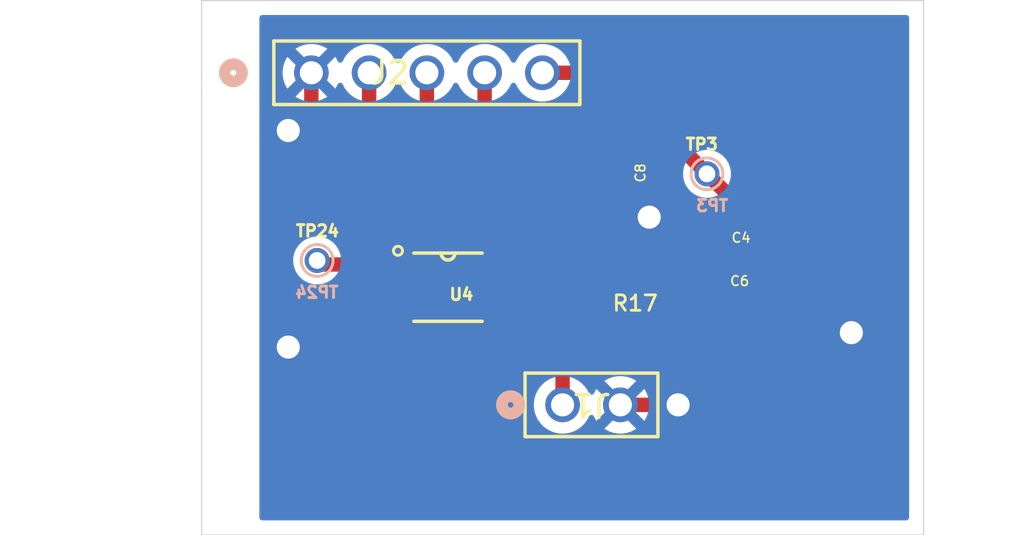
<source format=kicad_pcb>
(kicad_pcb (version 20241229) (generator "pcbnew") (generator_version "9.0")
  (layers (0 "F.Cu" signal) (2 "B.Cu" signal) (13 "F.Paste" user) (15 "B.Paste" user) (5 "F.SilkS" user "F.Silkscreen") (7 "B.SilkS" user "B.Silkscreen") (1 "F.Mask" user) (3 "B.Mask" user) (25 "Edge.Cuts" user))
  (net 0 "")
  (net 1 "VSOLAR")
  (net 2 "GND")
  (net 3 "3.3V")
  (net 4 "Net-(U4-VBUS)")
  (net 5 "SCL")
  (net 6 "SDA")
  (net 7 "Net-(U4-ALERT)")
  (footprint "conn-5pin:CONN5_1LFBN-RC_SUL" (layer "F.Cu") (at 40.386 43.18)
    (property "Reference" "J2" (at 3.429 0 0) (layer "F.SilkS"))
    (property "Value" "PPTC051LFBN-RC")
    (fp_line (start -1.651 -1.397) (end -1.651 1.397) (stroke (width 0.1524)) (layer "F.SilkS"))
    (fp_line (start -1.651 1.397) (end 11.811 1.397) (stroke (width 0.1524)) (layer "F.SilkS"))
    (fp_line (start 11.811 -1.397) (end -1.651 -1.397) (stroke (width 0.1524)) (layer "F.SilkS"))
    (fp_line (start 11.811 1.397) (end 11.811 -1.397) (stroke (width 0.1524)) (layer "F.SilkS"))
    (fp_circle (center -3.429 0) (end -3.048 0) (stroke (width 0.508)) (fill no) (layer "F.SilkS"))
    (fp_circle (center -3.429 0) (end -3.048 0) (stroke (width 0.508)) (fill no) (layer "B.SilkS"))
    (pad "1" thru_hole circle (at 0 0) (size 1.524 1.524) (drill 1.016) (layers "*.Cu" "*.Mask") (net 2 "GND"))
    (pad "2" thru_hole circle (at 2.54 0) (size 1.524 1.524) (drill 1.016) (layers "*.Cu" "*.Mask") (net 6 "SDA"))
    (pad "3" thru_hole circle (at 5.08 0) (size 1.524 1.524) (drill 1.016) (layers "*.Cu" "*.Mask") (net 5 "SCL"))
    (pad "4" thru_hole circle (at 7.62 0) (size 1.524 1.524) (drill 1.016) (layers "*.Cu" "*.Mask") (net 3 "3.3V"))
    (pad "5" thru_hole circle (at 10.16 0) (size 1.524 1.524) (drill 1.016) (layers "*.Cu" "*.Mask") (net 1 "VSOLAR"))
  )
  (footprint "1u_panel:.0805-C-NOSILK" (layer "F.Cu") (at 54.445 52.07 180)
    (property "Reference" "R17" (at -1.25 -0.85 0) (layer "F.SilkS") (effects (font (size 0.68 0.68) (thickness 0.12)) (justify right top)))
    (property "Value" "0.1 0805")
    (pad "1" smd roundrect (at -0.8 0 180) (size 0.95 1.35) (layers "F.Cu" "F.Paste") (roundrect_rratio 0.21) (net 1 "VSOLAR"))
    (pad "2" smd roundrect (at 0.8 0 180) (size 0.95 1.35) (layers "F.Cu" "F.Paste") (roundrect_rratio 0.21) (net 4 "Net-(U4-VBUS)"))
  )
  (footprint "1u_panel:1X01" (layer "F.Cu") (at 40.64 51.435)
    (property "Reference" "TP24" (at -1 -1 0) (layer "F.SilkS") (effects (font (size 0.508 0.508) (thickness 0.127)) (justify left bottom)))
    (property "Value" "TEST-POINT-LARGE-SQUARE")
    (fp_circle (center 0 0) (end 0.7 0) (stroke (width 0.127)) (fill no) (layer "F.SilkS"))
    (fp_circle (center 0 0) (end 0.7 0) (stroke (width 0.127)) (fill no) (layer "B.SilkS"))
    (fp_text user "${REFERENCE}" (at 1 1.7 0) (layer "B.SilkS") (effects (font (size 0.508 0.508) (thickness 0.127)) (justify left bottom mirror)))
    (pad "1" thru_hole circle (at 0 0) (size 1.1 1.1) (drill 0.7366) (layers "*.Cu" "*.Mask") (net 7 "Net-(U4-ALERT)"))
  )
  (footprint "1u_panel:1X01" (layer "F.Cu") (at 57.785 47.625)
    (property "Reference" "TP3" (at -1 -1 0) (layer "F.SilkS") (effects (font (size 0.508 0.508) (thickness 0.127)) (justify left bottom)))
    (property "Value" "TEST-POINT-LARGE-SQUARE")
    (fp_circle (center 0 0) (end 0.7 0) (stroke (width 0.127)) (fill no) (layer "F.SilkS"))
    (fp_circle (center 0 0) (end 0.7 0) (stroke (width 0.127)) (fill no) (layer "B.SilkS"))
    (fp_text user "${REFERENCE}" (at 1 1.7 0) (layer "B.SilkS") (effects (font (size 0.508 0.508) (thickness 0.127)) (justify left bottom mirror)))
    (pad "1" thru_hole circle (at 0 0) (size 1.1 1.1) (drill 0.7366) (layers "*.Cu" "*.Mask") (net 1 "VSOLAR"))
  )
  (footprint "1u_panel:.0603-C-NOSILK" (layer "F.Cu") (at 59.755 53.34)
    (property "Reference" "C6" (at -1 -0.75 0) (layer "F.SilkS") (effects (font (size 0.425 0.425) (thickness 0.075)) (justify left bottom)))
    (property "Value" "100n")
    (pad "1" smd roundrect (at -0.7 0) (size 0.6 0.9) (layers "F.Cu" "F.Paste") (net 1 "VSOLAR"))
    (pad "2" smd roundrect (at 0.7 0) (size 0.6 0.9) (layers "F.Cu" "F.Paste") (net 2 "GND"))
  )
  (footprint "1u_panel:DGS10" (layer "F.Cu") (at 46.395 52.61)
    (property "Reference" "U4" (at 0 0.6176 0) (layer "F.SilkS") (effects (font (size 0.508 0.508) (thickness 0.127)) (justify left bottom)))
    (property "Value" "INA226AIDGSR")
    (fp_line (start -1.5 1.5) (end 1.5 1.5) (stroke (width 0.1524)) (layer "F.SilkS"))
    (fp_line (start -0.3048 -1.5) (end -1.5 -1.5) (stroke (width 0.1524)) (layer "F.SilkS"))
    (fp_line (start 0.3048 -1.5) (end -0.3048 -1.5) (stroke (width 0.1524)) (layer "F.SilkS"))
    (fp_line (start 1.5 -1.5) (end 0.3048 -1.5) (stroke (width 0.1524)) (layer "F.SilkS"))
    (fp_arc (start 0.3048 -1.5) (mid 0 -1.1952) (end -0.3048 -1.5) (stroke (width 0.1524)) (layer "F.SilkS"))
    (fp_circle (center -2.2 -1.6) (end -2 -1.6) (stroke (width 0.127)) (fill no) (layer "F.SilkS"))
    (pad "1" smd rect (at -2.5 2) (size 1.45 0.65) (layers "F.Cu" "F.Mask" "F.Paste") (net 2 "GND"))
    (pad "2" smd rect (at -2.5 0.5) (size 1.45 0.75) (layers "F.Cu" "F.Mask" "F.Paste") (net 2 "GND"))
    (pad "3" smd rect (at -2.5 -1) (size 1.525 0.65) (layers "F.Cu" "F.Mask" "F.Paste") (net 7 "Net-(U4-ALERT)"))
    (pad "4" smd rect (at -2.5 -2.5) (size 1.45 0.65) (layers "F.Cu" "F.Mask" "F.Paste") (net 6 "SDA"))
    (pad "5" smd rect (at -2.5 -4) (size 1.45 0.65) (layers "F.Cu" "F.Mask" "F.Paste") (net 5 "SCL"))
    (pad "6" smd rect (at 2.5 -4) (size 1.45 0.65) (layers "F.Cu" "F.Mask" "F.Paste") (net 3 "3.3V"))
    (pad "7" smd rect (at 2.5 -2.5) (size 1.45 0.65) (layers "F.Cu" "F.Mask" "F.Paste") (net 2 "GND"))
    (pad "8" smd rect (at 2.5 -1) (size 1.45 0.65) (layers "F.Cu" "F.Mask" "F.Paste") (net 4 "Net-(U4-VBUS)"))
    (pad "9" smd rect (at 2.5 0.5) (size 1.45 0.65) (layers "F.Cu" "F.Mask" "F.Paste") (net 4 "Net-(U4-VBUS)"))
    (pad "10" smd rect (at 2.5 2) (size 1.45 0.65) (layers "F.Cu" "F.Mask" "F.Paste") (net 1 "VSOLAR"))
  )
  (footprint "conn-2pin:CONN_PPPC021_SUL" (layer "F.Cu") (at 51.435 57.785 180)
    (property "Reference" "J1" (at -1.27 0 180) (layer "F.SilkS"))
    (property "Value" "PPPC021LFBN-RC")
    (fp_line (start 1.651 1.397) (end 1.651 -1.397) (stroke (width 0.1524)) (layer "F.SilkS"))
    (fp_line (start 1.651 -1.397) (end -4.191 -1.397) (stroke (width 0.1524)) (layer "F.SilkS"))
    (fp_line (start -4.191 1.397) (end 1.651 1.397) (stroke (width 0.1524)) (layer "F.SilkS"))
    (fp_line (start -4.191 -1.397) (end -4.191 1.397) (stroke (width 0.1524)) (layer "F.SilkS"))
    (fp_circle (center 2.286 0) (end 2.667 0) (stroke (width 0.508)) (fill no) (layer "F.SilkS"))
    (fp_circle (center 2.286 0) (end 2.667 0) (stroke (width 0.508)) (fill no) (layer "B.SilkS"))
    (pad "1" thru_hole circle (at 0 0 180) (size 1.524 1.524) (drill 1.016) (layers "*.Cu" "*.Mask") (net 4 "Net-(U4-VBUS)"))
    (pad "2" thru_hole circle (at -2.54 0 180) (size 1.524 1.524) (drill 1.016) (layers "*.Cu" "*.Mask") (net 2 "GND"))
  )
  (footprint "1u_panel:.0603-C-NOSILK" (layer "F.Cu") (at 53.34 47.69 -90)
    (property "Reference" "C8" (at -0.57 -1.27 90) (layer "F.SilkS") (effects (font (size 0.425 0.425) (thickness 0.075)) (justify right top)))
    (property "Value" "100n")
    (pad "1" smd roundrect (at -0.7 0 270) (size 0.6 0.9) (layers "F.Cu" "F.Paste") (net 3 "3.3V"))
    (pad "2" smd roundrect (at 0.7 0 270) (size 0.6 0.9) (layers "F.Cu" "F.Paste") (net 2 "GND"))
  )
  (footprint "1u_panel:.0603-C-NOSILK" (layer "F.Cu") (at 59.82 51.435)
    (property "Reference" "C4" (at -1 -0.75 0) (layer "F.SilkS") (effects (font (size 0.425 0.425) (thickness 0.075)) (justify left bottom)))
    (property "Value" "10u")
    (pad "1" smd roundrect (at -0.7 0) (size 0.6 0.9) (layers "F.Cu" "F.Paste") (net 1 "VSOLAR"))
    (pad "2" smd roundrect (at 0.7 0) (size 0.6 0.9) (layers "F.Cu" "F.Paste") (net 2 "GND"))
  )
  (gr_line (start 67.31 40.005) (end 67.31 63.5) (stroke (width 0.05)) (layer "Edge.Cuts"))
  (gr_line (start 67.31 63.5) (end 35.56 63.5) (stroke (width 0.05)) (layer "Edge.Cuts"))
  (gr_line (start 35.56 40.005) (end 67.31 40.005) (stroke (width 0.05)) (layer "Edge.Cuts"))
  (gr_line (start 35.56 63.5) (end 35.56 40.005) (stroke (width 0.05)) (layer "Edge.Cuts"))
  (segment (start 59.055 51.5) (end 59.12 51.435) (width 0.635) (layer "F.Cu") (net 1))
  (segment (start 58.42 59.69) (end 58.42 56.515) (width 0.635) (layer "F.Cu") (net 1))
  (segment (start 55.245 52.07) (end 55.245 53.34) (width 0.635) (layer "F.Cu") (net 1))
  (segment (start 48.895 60.96) (end 57.15 60.96) (width 0.635) (layer "F.Cu") (net 1))
  (segment (start 58.42 56.515) (end 59.055 55.88) (width 0.635) (layer "F.Cu") (net 1))
  (segment (start 53.34 43.18) (end 50.546 43.18) (width 0.635) (layer "F.Cu") (net 1))
  (segment (start 46.99 56.515) (end 46.99 59.055) (width 0.635) (layer "F.Cu") (net 1))
  (segment (start 48.895 54.61) (end 46.99 56.515) (width 0.635) (layer "F.Cu") (net 1))
  (segment (start 57.15 60.96) (end 58.42 59.69) (width 0.635) (layer "F.Cu") (net 1))
  (segment (start 59.055 53.34) (end 59.055 51.5) (width 0.635) (layer "F.Cu") (net 1))
  (segment (start 59.12 51.435) (end 59.12 48.96) (width 0.635) (layer "F.Cu") (net 1))
  (segment (start 57.785 47.625) (end 53.34 43.18) (width 0.635) (layer "F.Cu") (net 1))
  (segment (start 59.055 55.88) (end 59.055 53.34) (width 0.635) (layer "F.Cu") (net 1))
  (segment (start 55.245 53.34) (end 58.42 56.515) (width 0.635) (layer "F.Cu") (net 1))
  (segment (start 59.12 48.96) (end 57.785 47.625) (width 0.635) (layer "F.Cu") (net 1))
  (segment (start 46.99 59.055) (end 48.895 60.96) (width 0.635) (layer "F.Cu") (net 1))
  (segment (start 43.895 54.61) (end 40.005 54.61) (width 0.635) (layer "F.Cu") (net 2))
  (segment (start 53.34 48.39) (end 54.105 48.39) (width 0.635) (layer "F.Cu") (net 2))
  (segment (start 48.895 50.11) (end 54.665 50.11) (width 0.635) (layer "F.Cu") (net 2))
  (segment (start 62.01 52.925) (end 63.695 54.61) (width 0.635) (layer "F.Cu") (net 2))
  (segment (start 54.105 48.39) (end 55.245 49.53) (width 0.635) (layer "F.Cu") (net 2))
  (segment (start 60.455 53.34) (end 60.87 52.925) (width 0.635) (layer "F.Cu") (net 2))
  (segment (start 60.52 51.435) (end 62.01 52.925) (width 0.635) (layer "F.Cu") (net 2))
  (segment (start 43.895 53.11) (end 41.505 53.11) (width 0.635) (layer "F.Cu") (net 2))
  (segment (start 54.665 50.11) (end 55.245 49.53) (width 0.635) (layer "F.Cu") (net 2))
  (segment (start 63.695 54.61) (end 64.135 54.61) (width 0.635) (layer "F.Cu") (net 2))
  (segment (start 60.87 52.925) (end 62.01 52.925) (width 0.635) (layer "F.Cu") (net 2))
  (segment (start 40.386 44.704) (end 40.386 43.18) (width 0.635) (layer "F.Cu") (net 2))
  (segment (start 40.005 54.61) (end 39.37 55.245) (width 0.635) (layer "F.Cu") (net 2))
  (segment (start 53.975 57.785) (end 56.515 57.785) (width 0.635) (layer "F.Cu") (net 2))
  (segment (start 41.505 53.11) (end 40.005 54.61) (width 0.635) (layer "F.Cu") (net 2))
  (segment (start 40.386 44.704) (end 39.37 45.72) (width 0.635) (layer "F.Cu") (net 2))
  (via (at 56.515 57.785) (size 1.016) (drill 1.016) (layers "F.Cu" "B.Cu") (net 2))
  (via (at 39.37 45.72) (size 1.016) (drill 1.016) (layers "F.Cu" "B.Cu") (net 2))
  (via (at 55.245 49.53) (size 1.016) (drill 1.016) (layers "F.Cu" "B.Cu") (net 2))
  (via (at 39.37 55.245) (size 1.016) (drill 1.016) (layers "F.Cu" "B.Cu") (net 2))
  (via (at 64.135 54.61) (size 1.016) (drill 1.016) (layers "F.Cu" "B.Cu") (net 2))
  (segment (start 52.07 46.355) (end 52.705 46.99) (width 0.635) (layer "F.Cu") (net 3))
  (segment (start 48.006 47.721) (end 48.006 46.355) (width 0.635) (layer "F.Cu") (net 3))
  (segment (start 52.705 46.99) (end 53.34 46.99) (width 0.635) (layer "F.Cu") (net 3))
  (segment (start 48.895 48.61) (end 48.006 47.721) (width 0.635) (layer "F.Cu") (net 3))
  (segment (start 52.07 46.355) (end 48.006 46.355) (width 0.635) (layer "F.Cu") (net 3))
  (segment (start 48.006 43.18) (end 48.006 46.355) (width 0.635) (layer "F.Cu") (net 3))
  (segment (start 49.835 51.61) (end 51.335 53.11) (width 0.635) (layer "F.Cu") (net 4))
  (segment (start 51.335 53.11) (end 52.605 53.11) (width 0.635) (layer "F.Cu") (net 4))
  (segment (start 52.605 53.11) (end 52.605 53.44) (width 0.635) (layer "F.Cu") (net 4))
  (segment (start 48.895 53.11) (end 51.335 53.11) (width 0.635) (layer "F.Cu") (net 4))
  (segment (start 48.895 51.61) (end 49.835 51.61) (width 0.635) (layer "F.Cu") (net 4))
  (segment (start 52.605 53.11) (end 53.645 52.07) (width 0.635) (layer "F.Cu") (net 4))
  (segment (start 51.435 54.61) (end 51.435 57.785) (width 0.635) (layer "F.Cu") (net 4))
  (segment (start 52.605 53.44) (end 51.435 54.61) (width 0.635) (layer "F.Cu") (net 4))
  (segment (start 45.466 43.18) (end 45.466 47.039) (width 0.635) (layer "F.Cu") (net 5))
  (segment (start 45.466 47.039) (end 43.895 48.61) (width 0.635) (layer "F.Cu") (net 5))
  (segment (start 43.308 50.11) (end 42.545 49.347) (width 0.635) (layer "F.Cu") (net 6))
  (segment (start 42.545 45.339) (end 42.926 44.958) (width 0.635) (layer "F.Cu") (net 6))
  (segment (start 42.926 43.18) (end 42.926 44.958) (width 0.635) (layer "F.Cu") (net 6))
  (segment (start 42.545 49.347) (end 42.545 45.339) (width 0.635) (layer "F.Cu") (net 6))
  (segment (start 43.895 50.11) (end 43.308 50.11) (width 0.635) (layer "F.Cu") (net 6))
  (segment (start 40.815 51.61) (end 40.64 51.435) (width 0.635) (layer "F.Cu") (net 7))
  (segment (start 43.895 51.61) (end 40.815 51.61) (width 0.635) (layer "F.Cu") (net 7))
  (zone (net 2) (net_name "GND") (layer "B.Cu") (connect_pads (clearance 0.5)) (min_thickness 0.25) (fill yes (thermal_gap 0.5) (thermal_bridge_width 0.5))
    (polygon (pts (xy 66.675 40.64) (xy 66.675 62.865) (xy 38.1 62.865) (xy 38.1 40.64)))
  )
)
</source>
